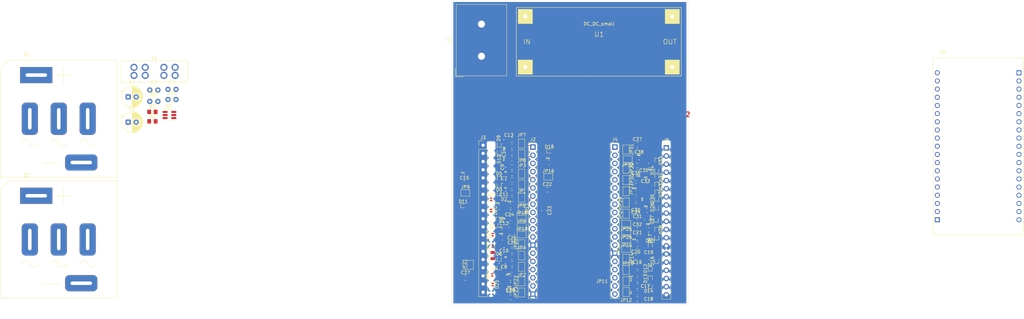
<source format=kicad_pcb>
(kicad_pcb (version 20241229) (generator "pcbnew") (generator_version "9.0")
  (layers (0 "F.Cu" signal) (2 "B.Cu" signal) (13 "F.Paste" user) (15 "B.Paste" user) (5 "F.SilkS" user "F.Silkscreen") (7 "B.SilkS" user "B.Silkscreen") (1 "F.Mask" user) (3 "B.Mask" user) (25 "Edge.Cuts" user))
  (net 0 "")
  (net 1 "Net-(JP1-A)")
  (net 2 "GND")
  (net 3 "Net-(JP2-A)")
  (net 4 "Net-(JP3-A)")
  (net 5 "Net-(JP4-A)")
  (net 6 "Net-(JP5-A)")
  (net 7 "Net-(JP6-A)")
  (net 8 "Net-(JP7-A)")
  (net 9 "Net-(JP8-A)")
  (net 10 "Net-(JP9-A)")
  (net 11 "Net-(JP10-A)")
  (net 12 "Net-(JP11-A)")
  (net 13 "Net-(JP12-A)")
  (net 14 "Net-(JP13-A)")
  (net 15 "Net-(JP14-A)")
  (net 16 "Net-(JP15-A)")
  (net 17 "Net-(JP16-A)")
  (net 18 "Net-(JP17-A)")
  (net 19 "Net-(JP18-A)")
  (net 20 "Net-(JP19-A)")
  (net 21 "Net-(JP20-A)")
  (net 22 "Net-(JP25-A)")
  (net 23 "Net-(JP26-A)")
  (net 24 "Net-(JP21-A)")
  (net 25 "Net-(JP22-A)")
  (net 26 "Net-(JP23-A)")
  (net 27 "Net-(JP24-A)")
  (net 28 "Net-(JP27-A)")
  (net 29 "Net-(JP28-A)")
  (net 30 "Net-(JP29-A)")
  (net 31 "Net-(JP30-A)")
  (net 32 "Net-(JP31-A)")
  (net 33 "Net-(JP32-A)")
  (net 34 "/I{slash}O_0")
  (net 35 "/TXD")
  (net 36 "/I{slash}O_2")
  (net 37 "/RXD")
  (net 38 "/I{slash}O_4")
  (net 39 "/I{slash}O_5")
  (net 40 "/CLK")
  (net 41 "/SD0")
  (net 42 "/SD1")
  (net 43 "/SD2")
  (net 44 "/SD3")
  (net 45 "/CMD")
  (net 46 "/I{slash}O_12")
  (net 47 "/I{slash}O_13")
  (net 48 "/I{slash}O_14")
  (net 49 "/I{slash}O_15")
  (net 50 "/I{slash}O_16")
  (net 51 "/I{slash}O_17")
  (net 52 "/I{slash}O_18")
  (net 53 "/I{slash}O_19")
  (net 54 "/I{slash}O_21")
  (net 55 "/I{slash}O_22")
  (net 56 "/I{slash}O_23")
  (net 57 "/I{slash}O_25")
  (net 58 "/I{slash}O_26")
  (net 59 "/I{slash}O_27")
  (net 60 "/I{slash}O_32")
  (net 61 "/I{slash}O_33")
  (net 62 "/IO_15")
  (net 63 "/IO_21")
  (net 64 "/IO_5")
  (net 65 "/IO_7")
  (net 66 "/IO_22")
  (net 67 "/IO_16")
  (net 68 "/IO_0")
  (net 69 "/IO_18")
  (net 70 "/IO_2")
  (net 71 "/IO_8")
  (net 72 "/IO_23")
  (net 73 "/IO_17")
  (net 74 "/IO_19")
  (net 75 "/IO_4")
  (net 76 "/IO_3")
  (net 77 "/IO_6")
  (net 78 "/IO_1")
  (net 79 "/EN")
  (net 80 "/IO_10")
  (net 81 "/IO_26")
  (net 82 "/IO_9")
  (net 83 "/IO_14")
  (net 84 "/IO_27")
  (net 85 "/IO_25")
  (net 86 "/IO_12")
  (net 87 "/IO_36")
  (net 88 "/IO_13")
  (net 89 "/IO_35")
  (net 90 "/IO_39")
  (net 91 "/IO_32")
  (net 92 "/I{slash}O_34")
  (net 93 "/IO_33")
  (net 94 "VIN 5V")
  (net 95 "/IO_11")
  (net 96 "/IO_34")
  (net 97 "/IO16")
  (net 98 "/ESP32_GPIO_2")
  (net 99 "/ESP32_GPIO_22")
  (net 100 "/ESP32_GPIO_11")
  (net 101 "/ESP32_GPIO_35")
  (net 102 "/ESP32_GPIO_6")
  (net 103 "BUCK_IN")
  (net 104 "BUCK_OUT")
  (net 105 "/ESP32_GPIO_16")
  (net 106 "/ESP32_GPIO_5")
  (net 107 "/ESP32_GPIO_0")
  (net 108 "/ESP32_GPIO­_1")
  (net 109 "/ESP32_GPIO_25")
  (net 110 "/ESP32_GPIO_27")
  (net 111 "/ESP32_GPIO_8")
  (net 112 "/ESP32_GPIO_33")
  (net 113 "/ESP32_GPIO_7")
  (net 114 "/ESP32_GPIO_34")
  (net 115 "Net-(Q1-S)")
  (net 116 "Net-(J1-Pin_1)")
  (net 117 "/ESP32_GPIO_19")
  (net 118 "Net-(Q1-G)")
  (net 119 "/ESP32_GPIO_4")
  (net 120 "/ESP32_GPIO_10")
  (net 121 "/ESP32_GPIO_26")
  (net 122 "/ESP32_GPIO_32")
  (net 123 "/ESP32_GPIO_21")
  (net 126 "/ESP32_GPIO­_14")
  (net 127 "/ESP32_GPIO_23")
  (net 128 "/ESP32_GPIO_17")
  (net 129 "/ESP32_GPIO­_3")
  (net 131 "/ESP32_GPIO_13")
  (net 132 "/ESP32_GPIO_12")
  (net 133 "/ESP32_GPIO_18")
  (net 134 "/ESP32_GPIO_15")
  (net 135 "/ESP32_GPIO_9")
  (net 136 "/I{slash}O_35")
  (net 137 "/SP")
  (net 138 "/SN")
  (net 139 "+3V3")
  (footprint "Capacitor_SMD:C_0805_2012Metric" (layer "F.Cu") (at 126 79)
    (property "Reference" "C34")
    (property "Value" "100nf")
  )
  (footprint "Diode_SMD:D_SOD-882" (layer "F.Cu") (at 99.105 62)
    (property "Reference" "D18")
    (property "Value" "D_Zener")
  )
  (footprint "Diode_SMD:D_SOD-882" (layer "F.Cu") (at 130.5 91.35 -90)
    (property "Reference" "D15")
    (property "Value" "D_Zener")
  )
  (footprint "Diode_SMD:D_SOD-882" (layer "F.Cu") (at 81.5 103.5 -90)
    (property "Reference" "D25")
    (property "Value" "D_Zener")
  )
  (footprint "Diode_SMD:D_SOD-882" (layer "F.Cu") (at 81.5 88 90)
    (property "Reference" "D22")
    (property "Value" "D_Zener")
  )
  (footprint "Capacitor_SMD:C_0805_2012Metric" (layer "F.Cu") (at 126 95)
    (property "Reference" "C20")
    (property "Value" "100nf")
  )
  (footprint "RC0805FR-07330RL:RESC2012X60N" (layer "F.Cu") (at 87.5 99)
    (property "Reference" "R4")
    (property "Value" "150")
  )
  (footprint "Capacitor_SMD:C_0805_2012Metric" (layer "F.Cu") (at 126.5 104)
    (property "Reference" "C17")
    (property "Value" "100nf")
  )
  (footprint "Diode_SMD:D_SOD-882" (layer "F.Cu") (at 132.5 76.85 90)
    (property "Reference" "D30")
    (property "Value" "D_Zener")
  )
  (footprint "Jumper:SolderJumper-2_P1.3mm_Open_Pad1.0x1.5mm" (layer "F.Cu") (at 123 89.5 180)
    (property "Reference" "JP15")
    (property "Value" "SolderJumper_2_Open")
  )
  (footprint "Jumper:SolderJumper-2_P1.3mm_Open_Pad1.0x1.5mm" (layer "F.Cu") (at 123 67.5 -90)
    (property "Reference" "JP29")
    (property "Value" "SolderJumper_2_Open")
  )
  (footprint "Jumper:SolderJumper-2_P1.3mm_Open_Pad1.0x1.5mm" (layer "F.Cu") (at 90.5 88)
    (property "Reference" "JP19")
    (property "Value" "SolderJumper_2_Open")
  )
  (footprint "RC0805FR-07330RL:RESC2012X60N" (layer "F.Cu") (at 87.5 60.5)
    (property "Reference" "R9")
    (property "Value" "150")
  )
  (footprint "Capacitor_THT:C_Disc_D3.0mm_W2.0mm_P2.50mm" (layer "F.Cu") (at -25.17 43)
    (property "Reference" "C3")
    (property "Value" "10uF")
  )
  (footprint "Diode_SMD:D_SOD-882" (layer "F.Cu") (at 130.5 98.5 90)
    (property "Reference" "D12")
    (property "Value" "D_Zener")
  )
  (footprint "RC0805FR-07330RL:RESC2012X60N" (layer "F.Cu") (at 87.5 77)
    (property "Reference" "R7")
    (property "Value" "150")
  )
  (footprint "RC0805FR-07330RL:RESC2012X60N" (layer "F.Cu") (at 126.5 102 180)
    (property "Reference" "R13")
    (property "Value" "150")
  )
  (footprint "RC0805FR-07330RL:RESC2012X60N" (layer "F.Cu") (at 87 101.5)
    (property "Reference" "R24")
    (property "Value" "150")
  )
  (footprint "Diode_SMD:D_SOD-882" (layer "F.Cu") (at 82.5 85 90)
    (property "Reference" "D21")
    (property "Value" "D_Zener")
  )
  (footprint "Capacitor_SMD:C_0805_2012Metric" (layer "F.Cu") (at 87.5 91 180)
    (property "Reference" "C26")
    (property "Value" "100nf")
  )
  (footprint "Capacitor_SMD:C_0805_2012Metric" (layer "F.Cu") (at 126.5 84)
    (property "Reference" "C31")
    (property "Value" "100nf")
  )
  (footprint "RC0805FR-07330RL:RESC2012X60N" (layer "F.Cu") (at 126.5 62 180)
    (property "Reference" "R33")
    (property "Value" "150")
  )
  (footprint "RC0805FR-07330RL:RESC2012X60N" (layer "F.Cu") (at 129.5 83.5 -90)
    (property "Reference" "R27")
    (property "Value" "150")
  )
  (footprint "RC0805FR-07330RL:RESC2012X60N" (layer "F.Cu") (at 87 79)
    (property "Reference" "R19")
    (property "Value" "150")
  )
  (footprint "RC0805FR-07330RL:RESC2012X60N" (layer "F.Cu") (at 126.5 91 180)
    (property "Reference" "R15")
    (property "Value" "150")
  )
  (footprint "Connector_PinHeader_2.54mm:PinHeader_1x19_P2.54mm_Vertical" (layer "F.Cu") (at 135.5 61)
    (property "Reference" "J5")
    (property "Value" "Conn_01x19_Socket")
  )
  (footprint "Jumper:SolderJumper-2_P1.3mm_Open_Pad1.0x1.5mm" (layer "F.Cu") (at 90.5 94.5 -90)
    (property "Reference" "JP4")
    (property "Value" "SolderJumper_2_Open")
  )
  (footprint "Capacitor_SMD:C_0805_2012Metric" (layer "F.Cu") (at 87.5 71 180)
    (property "Reference" "C7")
    (property "Value" "100nf")
  )
  (footprint "Capacitor_THT:CP_Radial_D6.3mm_P2.50mm" (layer "F.Cu") (at -31.914759 45.15)
    (property "Reference" "C1")
    (property "Value" "470uF")
  )
  (footprint "ESP32_NODEMCU:MODULE_ESP32_NODEMCU" (layer "F.Cu") (at 232.5 60.5)
    (property "Reference" "U2")
    (property "Value" "ESP32_NODEMCU")
  )
  (footprint "Diode_SMD:D_SOD-882" (layer "F.Cu") (at 132.5 88.85 90)
    (property "Reference" "D17")
    (property "Value" "D_Zener")
  )
  (footprint "Diode_SMD:D_SOD-882" (layer "F.Cu") (at 83 83.35 -90)
    (property "Reference" "D8")
    (property "Value" "D_Zener")
  )
  (footprint "RC0805FR-07330RL:RESC2012X60N" (layer "F.Cu") (at 126 74.85)
    (property "Reference" "R29")
    (property "Value" "150")
  )
  (footprint "Capacitor_SMD:C_0805_2012Metric" (layer "F.Cu") (at 87.5 97 180)
    (property "Reference" "C8")
    (property "Value" "100nf")
  )
  (footprint "Capacitor_SMD:C_0805_2012Metric" (layer "F.Cu") (at 87.5 58.5 180)
    (property "Reference" "C13")
    (property "Value" "100nf")
  )
  (footprint "Connector_PinHeader_2.54mm:PinHeader_1x19_P2.54mm_Vertical" (layer "F.Cu") (at 78.5 60.18)
    (property "Reference" "J3")
    (property "Value" "Conn_01x19_Socket")
  )
  (footprint "RC0805FR-07330RL:RESC2012X60N" (layer "F.Cu") (at 81.5 94.5 90)
    (property "Reference" "R23")
    (property "Value" "150")
  )
  (footprint "RC0805FR-07330RL:RESC2012X60N" (layer "F.Cu") (at 99 65.5)
    (property "Reference" "R18")
    (property "Value" "150")
  )
  (footprint "Diode_THT:Diode_Bridge_Comchip_SCVB-L" (layer "F.Cu") (at -60.5 38.35)
    (property "Reference" "D1")
    (property "Value" "D_Zener")
  )
  (footprint "Capacitor_SMD:C_0805_2012Metric" (layer "F.Cu") (at 87.45 62.5 180)
    (property "Reference" "C14")
    (property "Value" "100nf")
  )
  (footprint "Capacitor_SMD:C_0805_2012Metric" (layer "F.Cu") (at 87.5 87.95 90)
    (property "Reference" "C25")
    (property "Value" "100nf")
  )
  (footprint "Capacitor_SMD:C_0805_2012Metric" (layer "F.Cu") (at 126.5 98)
    (property "Reference" "C16")
    (property "Value" "100nf")
  )
  (footprint "RC0805FR-07330RL:RESC2012X60N" (layer "F.Cu") (at 87.5 95)
    (property "Reference" "R6")
    (property "Value" "150")
  )
  (footprint "Diode_SMD:D_SOD-882" (layer "F.Cu") (at 132.5 68 90)
    (property "Reference" "D34")
    (property "Value" "D_Zener")
  )
  (footprint "Package_TO_SOT_SMD:SOT-23-6_Handsoldering" (layer "F.Cu") (at -19.07 50.775)
    (property "Reference" "Q1")
    (property "Value" "PMOS")
  )
  (footprint "Connector_PinHeader_2.54mm:PinHeader_1x19_P2.54mm_Vertical" (layer "F.Cu") (at 94 60.76)
    (property "Reference" "J2")
    (property "Value" "Conn_01x19_Socket")
  )
  (footprint "Capacitor_SMD:C_0805_2012Metric" (layer "F.Cu") (at 126 70.5)
    (property "Reference" "C36")
    (property "Value" "100nf")
  )
  (footprint "Jumper:SolderJumper-2_P1.3mm_Open_Pad1.0x1.5mm" (layer "F.Cu") (at 98.805 70)
    (property "Reference" "JP16")
    (property "Value" "SolderJumper_2_Open")
  )
  (footprint "Jumper:SolderJumper-2_P1.3mm_Open_Pad1.0x1.5mm" (layer "F.Cu") (at 123 92.5 180)
    (property "Reference" "JP13")
    (property "Value" "SolderJumper_2_Open")
  )
  (footprint "Diode_SMD:D_SOD-882" (layer "F.Cu") (at 132.5 65 -90)
    (property "Reference" "D33")
    (property "Value" "D_Zener")
  )
  (footprint "Capacitor_SMD:C_0805_2012Metric" (layer "F.Cu") (at 126.5 60)
    (property "Reference" "C37")
    (property "Value" "100nf")
  )
  (footprint "Diode_SMD:D_SOD-882" (layer "F.Cu") (at 81.35 100.5 90)
    (property "Reference" "D24")
    (property "Value" "D_Zener")
  )
  (footprint "Capacitor_SMD:C_0805_2012Metric" (layer "F.Cu") (at 87 103.5 180)
    (property "Reference" "C28")
    (property "Value" "100nf")
  )
  (footprint "Resistor_SMD:R_0805_2012Metric_Pad1.20x1.40mm_HandSolder" (layer "F.Cu") (at -24.37 52.75)
    (property "Reference" "R2")
    (property "Value" "100K")
  )
  (footprint "RC0805FR-07330RL:RESC2012X60N" (layer "F.Cu") (at 87 105.5)
    (property "Reference" "R25")
    (property "Value" "150")
  )
  (footprint "RC0805FR-07330RL:RESC2012X60N" (layer "F.Cu") (at 83.5 79.5)
    (property "Reference" "R20")
    (property "Value" "150")
  )
  (footprint "RC0805FR-07330RL:RESC2012X60N" (layer "F.Cu") (at 130 66.5 180)
    (property "Reference" "R34")
    (property "Value" "150")
  )
  (footprint "RC0805FR-07330RL:RESC2012X60N" (layer "F.Cu") (at 72.65 70)
    (property "Reference" "R11")
    (property "Value" "150")
  )
  (footprint "Capacitor_SMD:C_0805_2012Metric" (layer "F.Cu") (at 126.5 86.5)
    (property "Reference" "C32")
    (property "Value" "100nf")
  )
  (footprint "RC0805FR-07330RL:RESC2012X60N" (layer "F.Cu") (at 87.5 69)
    (property "Reference" "R5")
    (property "Value" "150")
  )
  (footprint "RC0805FR-07330RL:RESC2012X60N" (layer "F.Cu") (at 87.455 73)
    (property "Reference" "R3")
    (property "Value" "150")
  )
  (footprint "Fuse:FuseHolder_Blade_ATO_Littelfuse_FLR_178.6165" (layer "F.Cu") (at -30.1 35.95)
    (property "Reference" "F1")
    (property "Value" "2A")
  )
  (footprint "RC0805FR-07330RL:RESC2012X60N" (layer "F.Cu") (at 87 83)
    (property "Reference" "R8")
    (property "Value" "150")
  )
  (footprint "Diode_SMD:D_SOD-882" (layer "F.Cu") (at 83.5 70.65 -90)
    (property "Reference" "D5")
    (property "Value" "D_Zener")
  )
  (footprint "Diode_SMD:D_SOD-882" (layer "F.Cu") (at 83.5 95.5 90)
    (property "Reference" "D6")
    (property "Value" "D_Zener")
  )
  (footprint "Jumper:SolderJumper-2_P1.3mm_Open_Pad1.0x1.5mm" (layer "F.Cu") (at 90.5 106 90)
    (property "Reference" "JP23")
    (property "Value" "SolderJumper_2_Open")
  )
  (footprint "Diode_SMD:D_SOD-882" (layer "F.Cu") (at 132.5 75 -90)
    (property "Reference" "D29")
    (property "Value" "D_Zener")
  )
  (footprint "Jumper:SolderJumper-2_P1.3mm_Open_Pad1.0x1.5mm" (layer "F.Cu") (at 90.5 83)
    (property "Reference" "JP18")
    (property "Value" "SolderJumper_2_Open")
  )
  (footprint "Jumper:SolderJumper-2_P1.3mm_Open_Pad1.0x1.5mm" (layer "F.Cu") (at 90.5 63 -90)
    (property "Reference" "JP8")
    (property "Value" "SolderJumper_2_Open")
  )
  (footprint "TerminalBlock_Dinkle:TerminalBlock_Dinkle_DT-55-B01X-02_P10.00mm" (layer "F.Cu") (at 78 32.5 90)
    (property "Reference" "J1")
    (property "Value" "Screw_Terminal_01x02")
  )
  (footprint "Capacitor_SMD:C_0805_2012Metric" (layer "F.Cu") (at 87.5 93 180)
    (property "Reference" "C10")
    (property "Value" "100nf")
  )
  (footprint "Capacitor_SMD:C_0805_2012Metric" (layer "F.Cu") (at 127 64)
    (property "Reference" "C38")
    (property "Value" "100nf")
  )
  (footprint "Capacitor_THT:C_Disc_D3.0mm_W1.6mm_P2.50mm" (layer "F.Cu") (at -19.52 45.95)
    (property "Reference" "C6")
    (property "Value" "0.1uF")
  )
  (footprint "RC0805FR-07330RL:RESC2012X60N" (layer "F.Cu") (at 87.5 64.5)
    (property "Reference" "R10")
    (property "Value" "150")
  )
  (footprint "Jumper:SolderJumper-2_P1.3mm_Open_Pad1.0x1.5mm" (layer "F.Cu") (at 74.5 97.35 90)
    (property "Reference" "JP21")
    (property "Value" "SolderJumper_2_Open")
  )
  (footprint "Jumper:SolderJumper-2_P1.3mm_Open_Pad1.0x1.5mm" (layer "F.Cu") (at 123 87 180)
    (property "Reference" "JP26")
    (property "Value" "SolderJumper_2_Open")
  )
  (footprint "Diode_SMD:D_SOD-882" (layer "F.Cu") (at 132.5 86.5 -90)
    (property "Reference" "D28")
    (property "Value" "D_Zener")
  )
  (footprint "Diode_SMD:D_SOD-882" (layer "F.Cu") (at 83.5 60 90)
    (property "Reference" "D9")
    (property "Value" "D_Zener")
  )
  (footprint "Diode_SMD:D_SOD-882" (layer "F.Cu") (at 81 80.5 -90)
    (property "Reference" "D20")
    (property "Value" "D_Zener")
  )
  (footprint "Connector_PinHeader_2.54mm:PinHeader_1x19_P2.54mm_Vertical" (layer "F.Cu") (at 119.5 60.76)
    (property "Reference" "J4")
    (property "Value" "Conn_01x19_Socket")
  )
  (footprint "Diode_SMD:D_SOD-882" (layer "F.Cu") (at 132.5 79.5 90)
    (property "Reference" "D26")
    (property "Value" "D_Zener")
  )
  (footprint "Diode_SMD:D_SOD-882" (layer "F.Cu") (at 130.5 101.65 -90)
    (property "Reference" "D13")
    (property "Value" "D_Zener")
  )
  (footprint "RC0805FR-07330RL:RESC2012X60N" (layer "F.Cu") (at 129.5 71.5)
    (property "Reference" "R32")
    (property "Value" "150")
  )
  (footprint "DC_DC_LM2596_small:DC_DC_LM2596_small" (layer "F.Cu") (at 114.5 28)
    (property "Reference" "U1")
    (property "Value" "DC_DC_small")
  )
  (footprint "Capacitor_SMD:C_0805_2012Metric" (layer "F.Cu") (at 72.7 72)
    (property "Reference" "C15")
    (property "Value" "100nf")
  )
  (footprint "Capacitor_SMD:C_0805_2012Metric" (layer "F.Cu") (at 98.455 74)
    (property "Reference" "C22")
    (property "Value" "100nf")
  )
  (footprint "Jumper:SolderJumper-2_P1.3mm_Open_Pad1.0x1.5mm" (layer "F.Cu") (at 90.5 91 90)
    (property "Reference" "JP20")
    (property "Value" "SolderJumper_2_Open")
  )
  (footprint "RC0805FR-07330RL:RESC2012X60N" (layer "F.Cu") (at 84.5 89)
    (property "Reference" "R22")
    (property "Value" "150")
  )
  (footprint "RC0805FR-07330RL:RESC2012X60N" (layer "F.Cu") (at 129.5 80.5)
    (property "Reference" "R26")
    (property "Value" "150")
  )
  (footprint "Jumper:SolderJumper-2_P1.3mm_Open_Pad1.0x1.5mm" (layer "F.Cu") (at 90.5 102.5 90)
    (property "Reference" "JP22")
    (property "Value" "SolderJumper_2_Open")
  )
  (footprint "Diode_SMD:D_SOD-882" (layer "F.Cu") (at 83.5 98.15 90)
    (property "Reference" "D4")
    (property "Value" "D_Zener")
  )
  (footprint "Jumper:SolderJumper-2_P1.3mm_Open_Pad1.0x1.5mm" (layer "F.Cu") (at 90.5 59.65 -90)
    (property "Reference" "JP7")
    (property "Value" "SolderJumper_2_Open")
  )
  (footprint "Capacitor_SMD:C_0805_2012Metric" (layer "F.Cu") (at 126 82)
    (property "Reference" "C30")
    (property "Value" "100nf")
  )
  (footprint "Jumper:SolderJumper-2_P1.3mm_Open_Pad1.0x1.5mm" (layer "F.Cu") (at 123.5 64.5 180)
    (property "Reference" "JP32")
    (property "Value" "SolderJumper_2_Open")
  )
  (footprint "Diode_THT:Diode_Bridge_Comchip_SCVB-L" (layer "F.Cu") (at -60.5 75.9)
    (property "Reference" "D2")
    (property "Value" "Shottky")
  )
  (footprint "Capacitor_SMD:C_0805_2012Metric" (layer "F.Cu") (at 87.5 75 180)
    (property "Reference" "C11")
    (property "Value" "100nf")
  )
  (footprint "Jumper:SolderJumper-2_P1.3mm_Open_Pad1.0x1.5mm" (layer "F.Cu") (at 123 78 90)
    (property "Reference" "JP28")
    (property "Value" "SolderJumper_2_Open")
  )
  (footprint "Capacitor_THT:CP_Radial_D6.3mm_P2.50mm" (layer "F.Cu") (at -31.914759 53)
    (property "Reference" "C2")
    (property "Value" "220uF")
  )
  (footprint "Diode_SMD:D_SOD-882" (layer "F.Cu") (at 83.5 72.5 90)
    (property "Reference" "D3")
    (property "Value" "D_Zener")
  )
  (footprint "Capacitor_SMD:C_0805_2012Metric" (layer "F.Cu") (at 87 107.5 180)
    (property "Reference" "C29")
    (property "Value" "100nf")
  )
  (footprint "Capacitor_SMD:C_0805_2012Metric" (layer "F.Cu") (at 126.5 93)
    (property "Reference" "C19")
    (property "Value" "100nf")
  )
  (footprint "Jumper:SolderJumper-2_P1.3mm_Open_Pad1.0x1.5mm" (layer "F.Cu") (at 73 75)
    (property "Reference" "JP9")
    (property "Value" "SolderJumper_2_Open")
  )
  (footprint "Diode_SMD:D_SOD-882" (layer "F.Cu") (at 132.5 72.5 -90)
    (property "Reference" "D32")
    (property "Value" "D_Zener")
  )
  (footprint "Capacitor_SMD:C_0805_2012Metric" (layer "F.Cu") (at 126 72.85)
    (property "Reference" "C33")
    (property "Value" "100nf")
  )
  (footprint "Diode_SMD:D_SOD-882" (layer "F.Cu") (at 132.5 70 -90)
    (property "Reference" "D31")
    (property "Value" "D_Zener")
  )
  (footprint "Jumper:SolderJumper-2_P1.3mm_Open_Pad1.0x1.5mm" (layer "F.Cu") (at 90.5 69 -90)
    (property "Reference" "JP3")
    (property "Value" "SolderJumper_2_Open")
  )
  (footprint "RC0805FR-07330RL:RESC2012X60N" (layer "F.Cu") (at 84.5 87)
    (property "Reference" "R21")
    (property "Value" "150")
  )
  (footprint "Jumper:SolderJumper-2_P1.3mm_Open_Pad1.0x1.5mm" (layer "F.Cu") (at 90.5 72.35 -90)
    (property "Reference" "JP1")
    (property "Value" "SolderJumper_2_Open")
  )
  (footprint "Jumper:SolderJumper-2_P1.3mm_Open_Pad1.0x1.5mm" (layer "F.Cu") (at 90.5 76.5 -90)
    (property "Reference" "JP5")
    (property "Value" "SolderJumper_2_Open")
  )
  (footprint "Jumper:SolderJumper-2_P1.3mm_Open_Pad1.0x1.5mm" (layer "F.Cu") (at 123 74.5 -90)
    (property "Reference" "JP27")
    (property "Value" "SolderJumper_2_Open")
  )
  (footprint "Resistor_SMD:R_0805_2012Metric_Pad1.20x1.40mm_HandSolder" (layer "F.Cu") (at -24.37 49.8)
    (property "Reference" "R1")
    (property "Value" "100K")
  )
  (footprint "Capacitor_SMD:C_0805_2012Metric" (layer "F.Cu") (at 97.5 80.5 -90)
    (property "Reference" "C23")
    (property "Value" "100nf")
  )
  (footprint "Capacitor_SMD:C_0805_2012Metric" (layer "F.Cu") (at 126.5 108)
    (property "Reference" "C18")
    (property "Value" "100nf")
  )
  (footprint "RC0805FR-07330RL:RESC2012X60N" (layer "F.Cu") (at 130 96.5 180)
    (property "Reference" "R16")
    (property "Value" "150")
  )
  (footprint "Diode_SMD:D_SOD-882" (layer "F.Cu") (at 132.5 96.15 90)
    (property "Reference" "D16")
    (property "Value" "D_Zener")
  )
  (footprint "Diode_SMD:D_SOD-882" (layer "F.Cu") (at 81 77 90)
    (property "Reference" "D19")
    (property "Value" "D_Zener")
  )
  (footprint "Diode_SMD:D_SOD-882" (layer "F.Cu") (at 83.5 75.15 90)
    (property "Reference" "D7")
    (property "Value" "D_Zener")
  )
  (footprint "Capacitor_SMD:C_0805_2012Metric" (layer "F.Cu") (at 126.46 66.5)
    (property "Reference" "C35")
    (property "Value" "100nf")
  )
  (footprint "Diode_SMD:D_SOD-882" (layer "F.Cu") (at 132.35 83.35 90)
    (property "Reference" "D27")
    (property "Value" "D_Zener")
  )
  (footprint "Capacitor_SMD:C_0805_2012Metric" (layer "F.Cu") (at 126.5 89)
    (property "Reference" "C21")
    (property "Value" "100nf")
  )
  (footprint "Jumper:SolderJumper-2_P1.3mm_Open_Pad1.0x1.5mm" (layer "F.Cu") (at 123 99 -90)
    (property "Reference" "JP10")
    (property "Value" "SolderJumper_2_Open")
  )
  (footprint "Jumper:SolderJumper-2_P1.3mm_Open_Pad1.0x1.5mm" (layer "F.Cu") (at 90.5 85.5)
    (property "Reference" "JP6")
    (property "Value" "SolderJumper_2_Open")
  )
  (footprint "RC0805FR-07330RL:RESC2012X60N" (layer "F.Cu") (at 126.5 68.5 180)
    (property "Reference" "R31")
    (property "Value" "150")
  )
  (footprint "Jumper:SolderJumper-2_P1.3mm_Open_Pad1.0x1.5mm" (layer "F.Cu") (at 123 81.5 90)
    (property "Reference" "JP24")
    (property "Value" "SolderJumper_2_Open")
  )
  (footprint "Jumper:SolderJumper-2_P1.3mm_Open_Pad1.0x1.5mm" (layer "F.Cu") (at 123 84.5 180)
    (property "Reference" "JP25")
    (property "Value" "SolderJumper_2_Open")
  )
  (footprint "RC0805FR-07330RL:RESC2012X60N" (layer "F.Cu") (at 130 88.5 180)
    (property "Reference" "R17")
    (property "Value" "150")
  )
  (footprint "Jumper:SolderJumper-2_P1.3mm_Open_Pad1.0x1.5mm" (layer "F.Cu") (at 90.5 80 -90)
    (property "Reference" "JP17")
    (property "Value" "SolderJumper_2_Open")
  )
  (footprint "Jumper:SolderJumper-2_P1.3mm_Open_Pad1.0x1.5mm" (layer "F.Cu") (at 90.5 98 -90)
    (property "Reference" "JP2")
    (property "Value" "SolderJumper_2_Open")
  )
  (footprint "Diode_SMD:D_SOD-882" (layer "F.Cu") (at 83.5 62.35 90)
    (property "Reference" "D10")
    (property "Value" "D_Zener")
  )
  (footprint "RC0805FR-07330RL:RESC2012X60N" (layer "F.Cu") (at 126 77 180)
    (property "Reference" "R30")
    (property "Value" "150")
  )
  (footprint "Jumper:SolderJumper-2_P1.3mm_Open_Pad1.0x1.5mm" (layer "F.Cu") (at 123 102.5 90)
    (property "Reference" "JP11")
    (property "Value" "SolderJumper_2_Open")
  )
  (footprint "RC0805FR-07330RL:RESC2012X60N" (layer "F.Cu") (at 130 86.5)
    (property "Reference" "R28")
    (property "Value" "150")
  )
  (footprint "Jumper:SolderJumper-2_P1.3mm_Open_Pad1.0x1.5mm" (layer "F.Cu") (at 123 95.5 -90)
    (property "Reference" "JP14")
    (property "Value" "SolderJumper_2_Open")
  )
  (footprint "Diode_SMD:D_SOD-882" (layer "F.Cu") (at 130.5 104 90)
    (property "Reference" "D14")
    (property "Value" "D_Zener")
  )
  (footprint "Diode_SMD:D_SOD-882" (layer "F.Cu") (at 72.3 79)
    (property "Reference" "D11")
    (property "Value" "D_Zener")
  )
  (footprint "Capacitor_THT:C_Disc_D3.0mm_W2.0mm_P2.50mm" (layer "F.Cu") (at -25.17 46.55)
    (property "Reference" "C4")
    (property "Value" "10uF")
  )
  (footprint "RC0805FR-07330RL:RESC2012X60N" (layer "F.Cu") (at 126.5 100 180)
    (property "Reference" "R12")
    (property "Value" "150")
  )
  (footprint "Capacitor_SMD:C_0805_2012Metric" (layer "F.Cu") (at 87.5 67 180)
    (property "Reference" "C9")
    (property "Value" "100nf")
  )
  (footprint "Jumper:SolderJumper-2_P1.3mm_Open_Pad1.0x1.5mm" (layer "F.Cu") (at 123 71 -90)
    (property "Reference" "JP30")
    (property "Value" "SolderJumper_2_Open")
  )
  (footprint "Capacitor_THT:C_Disc_D3.0mm_W1.6mm_P2.50mm" (layer "F.Cu") (at -19.52 42.8)
    (property "Reference" "C5")
    (property "Value" "0.1uF")
  )
  (footprint "Diode_SMD:D_SOD-882" (layer "F.Cu") (at 81.5 91.5 90)
    (property "Reference" "D23")
    (property "Value" "D_Zener")
  )
  (footprint "Jumper:SolderJumper-2_P1.3mm_Open_Pad1.0x1.5mm" (layer "F.Cu") (at 123 105.85 90)
    (property "Reference" "JP12")
    (property "Value" "SolderJumper_2_Open")
  )
  (footprint "Capacitor_SMD:C_0805_2012Metric" (layer "F.Cu") (at 87 81 180)
    (property "Reference" "C24")
    (property "Value" "100nf")
  )
  (footprint "Jumper:SolderJumper-2_P1.3mm_Open_Pad1.0x1.5mm" (layer "F.Cu") (at 122.955 61.5 -90)
    (property "Reference" "JP31")
    (property "Value" "SolderJumper_2_Open")
  )
  (footprint "RC0805FR-07330RL:RESC2012X60N" (layer "F.Cu") (at 126.5 106 180)
    (property "Reference" "R14")
    (property "Value" "150")
  )
  (footprint "Capacitor_SMD:C_0805_2012Metric" (layer "F.Cu") (at 86.5 85 180)
    (property "Reference" "C12")
    (property "Value" "100nf")
  )
  (footprint "Capacitor_SMD:C_0805_2012Metric" (layer "F.Cu") (at 73.05 101.5)
    (property "Reference" "C27")
    (property "Value" "100nf")
  )
  (gr_rect (start 68.75 15.125) (end 142.25 109.875) (stroke (width 0.05)) (fill no) (layer "Edge.Cuts"))
  (gr_text "ESP32_HEADERS\n" (at 98.5 57.12 0) (layer "F.Cu") (effects (font (size 1.5 1.5) (thickness 0.3) (bold yes)) (justify left bottom)))
  (gr_text "EXTERNAL CONNECTOR2\n" (at 116 51.5 0) (layer "F.Cu") (effects (font (size 1.5 1.5) (thickness 0.3) (bold yes)) (justify left bottom)))
  (gr_text "EXTERNAL CONNECTOR1\n" (at 71.5 51.5 0) (layer "F.Cu") (effects (font (size 1.5 1.5) (thickness 0.3) (bold yes)) (justify left bottom)))
  (segment (start 103 66) (end 102.5 66) (width 0.2) (layer "B.Cu") (net 0))
  (segment (start 102.5 66) (end 102 66) (width 0.2) (layer "B.Cu") (net 0))
  (segment (start 89.15 71.7) (end 90.5 71.7) (width 0.2) (layer "F.Cu") (net 1))
  (segment (start 88.45 71) (end 89.15 71.7) (width 0.2) (layer "F.Cu") (net 1))
  (segment (start 88.01 70.35) (end 87.95 70.41) (width 0.2) (layer "F.Cu") (net 1))
  (segment (start 86.55 75) (end 86 75) (width 0.2) (layer "F.Cu") (net 2))
  (segment (start 86 93) (end 85 92) (width 0.2) (layer "F.Cu") (net 2))
  (segment (start 86 75) (end 85.5 74.5) (width 0.2) (layer "F.Cu") (net 2))
  (segment (start 86.55 58.5) (end 85 58.5) (width 0.2) (layer "F.Cu") (net 2))
  (segment (start 86.55 93) (end 86 93) (width 0.2) (layer "F.Cu") (net 2))
  (segment (start 83.5 95.15) (end 83.5 94) (width 0.2) (layer "F.Cu") (net 2))
  (segment (start 86.55 67) (end 85.5 67) (width 0.2) (layer "F.Cu") (net 2))
  (segment (start 86.55 71) (end 85.5 71) (width 0.2) (layer "F.Cu") (net 2))
  (segment (start 127.45 98) (end 128 98) (width 0.2) (layer "F.Cu") (net 2))
  (segment (start 83.5 97) (end 83.5 97.65) (width 0.2) (layer "F.Cu") (net 2))
  (segment (start 83.5 71) (end 83.5 72.15) (width 0.2) (layer "F.Cu") (net 2))
  (segment (start 84.35 72.15) (end 84.5 72) (width 0.2) (layer "F.Cu") (net 2))
  (segment (start 86 62) (end 86.5 62.5) (width 0.2) (layer "F.Cu") (net 2))
  (segment (start 83.5 74.8) (end 83.5 74) (width 0.2) (layer "F.Cu") (net 2))
  (segment (start 86.55 97) (end 85.5 97) (width 0.2) (layer "F.Cu") (net 2))
  (via (at 85 58.5) (size 0.6) (drill 0.3) (layers "F.Cu" "B.Cu") (net 2))
  (via (at 83.5 74) (size 0.6) (drill 0.3) (layers "F.Cu" "B.Cu") (net 2))
  (via (at 85 62) (size 0.6) (drill 0.3) (layers "F.Cu" "B.Cu") (net 2))
  (via (at 83.5 94) (size 0.6) (drill 0.3) (layers "F.Cu" "B.Cu") (net 2))
  (via (at 85.5 67) (size 0.6) (drill 0.3) (layers "F.Cu" "B.Cu") (net 2))
  (via (at 85.5 74.5) (size 0.6) (drill 0.3) (layers "F.Cu" "B.Cu") (net 2))
  (via (at 130 97) (size 0.6) (drill 0.3) (layers "F.Cu" "B.Cu") (net 2))
  (via (at 85.5 71) (size 0.6) (drill 0.3) (layers "F.Cu" "B.Cu") (net 2))
  (via (at 84.5 72) (size 0.6) (drill 0.3) (layers "F.Cu" "B.Cu") (net 2))
  (via (at 83.5 97) (size 0.6) (drill 0.3) (layers "F.Cu" "B.Cu") (net 2))
  (via (at 85 92) (size 0.6) (drill 0.3) (layers "F.Cu" "B.Cu") (net 2))
  (via (at 85.5 97) (size 0.6) (drill 0.3) (layers "F.Cu" "B.Cu") (net 2))
  (segment (start 90.15 97) (end 90.5 97.35) (width 0.2) (layer "F.Cu") (net 3))
  (segment (start 88.45 97) (end 90.15 97) (width 0.2) (layer "F.Cu") (net 3))
  (segment (start 87.97 67.85) (end 87.95 67.87) (width 0.2) (layer "F.Cu") (net 4))
  (segment (start 88.45 67) (end 89.8 68.35) (width 0.2) (layer "F.Cu") (net 4))
  (segment (start 89.8 68.35) (end 90.5 68.35) (width 0.2) (layer "F.Cu") (net 4))
  (segment (start 89.3 93.85) (end 90.5 93.85) (width 0.2) (layer "F.Cu") (net 5))
  (segment (start 88.45 93) (end 89.3 93.85) (width 0.2) (layer "F.Cu") (net 5))
  (segment (start 90.5 59) (end 88.95 59) (width 0.2) (layer "F.Cu") (net 8))
  (segment (start 88.95 59) (end 88.45 58.5) (width 0.2) (layer "F.Cu") (net 8))
  (segment (start 88.4 62.5) (end 90.35 62.5) (width 0.2) (layer "F.Cu") (net 9))
  (segment (start 90.35 62.5) (end 90.5 62.35) (width 0.2) (layer "F.Cu") (net 9))
  (segment (start 125.55 98) (end 123.35 98) (width 0.2) (layer "F.Cu") (net 11))
  (segment (start 123.35 98) (end 123 98.35) (width 0.2) (layer "F.Cu") (net 11))
  (segment (start 83.65 73) (end 83.5 72.85) (width 0.2) (layer "F.Cu") (net 34))
  (segment (start 82.5 75.5) (end 82.45 75.55) (width 0.2) (layer "F.Cu") (net 38))
  (segment (start 83.5 75.5) (end 82.5 75.5) (width 0.2) (layer "F.Cu") (net 38))
  (segment (start 83.5 62.7) (end 83.7 62.7) (width 0.2) (layer "F.Cu") (net 41))
  (segment (start 127.455 100) (end 128.35 100) (width 0.2) (layer "F.Cu") (net 43))
  (segment (start 90.5 63.65) (end 93.65 63.65) (width 0.2) (layer "F.Cu") (net 65))
  (segment (start 88.455 64.5) (end 89.65 64.5) (width 0.2) (layer "F.Cu") (net 65))
  (segment (start 89.65 64.5) (end 90.5 63.65) (width 0.2) (layer "F.Cu") (net 65))
  (segment (start 93.65 63.65) (end 94 63.3) (width 0.2) (layer "F.Cu") (net 65))
  (segment (start 93.54 73) (end 94 73.46) (width 0.2) (layer "F.Cu") (net 68))
  (segment (start 88.41 73) (end 90.5 73) (width 0.2) (layer "F.Cu") (net 68))
  (segment (start 90.5 73) (end 93.54 73) (width 0.2) (layer "F.Cu") (net 68))
  (segment (start 92.73 69.65) (end 94 70.92) (width 0.2) (layer "F.Cu") (net 70))
  (segment (start 89.105 69.65) (end 90.5 69.65) (width 0.2) (layer "F.Cu") (net 70))
  (segment (start 88.455 69) (end 89.105 69.65) (width 0.2) (layer "F.Cu") (net 70))
  (segment (start 90.5 69.65) (end 92.73 69.65) (width 0.2) (layer "F.Cu") (net 70))
  (segment (start 90.5 77.15) (end 92.85 77.15) (width 0.2) (layer "F.Cu") (net 75))
  (segment (start 90.5 77.15) (end 90.35 77.15) (width 0.2) (layer "F.Cu") (net 75))
  (segment (start 90.35 77.15) (end 90.2 77) (width 0.2) (layer "F.Cu") (net 75))
  (segment (start 92.85 77.15) (end 94 76) (width 0.2) (layer "F.Cu") (net 75))
  (segment (start 90.2 77) (end 88.455 77) (width 0.2) (layer "F.Cu") (net 75))
  (segment (start 90.5 95.15) (end 92.83 95.15) (width 0.2) (layer "F.Cu") (net 76))
  (segment (start 90.35 95) (end 90.5 95.15) (width 0.2) (layer "F.Cu") (net 76))
  (segment (start 88.455 95) (end 90.35 95) (width 0.2) (layer "F.Cu") (net 76))
  (segment (start 92.83 95.15) (end 94 96.32) (width 0.2) (layer "F.Cu") (net 76))
  (segment (start 90.3 60.5) (end 90.5 60.3) (width 0.2) (layer "F.Cu") (net 77))
  (segment (start 88.455 60.5) (end 90.3 60.5) (width 0.2) (layer "F.Cu") (net 77))
  (segment (start 90.5 60.3) (end 93.54 60.3) (width 0.2) (layer "F.Cu") (net 77))
  (segment (start 93.54 60.3) (end 94 60.76) (width 0.2) (layer "F.Cu") (net 77))
  (segment (start 90.15 99) (end 90.5 98.65) (width 0.2) (layer "F.Cu") (net 78))
  (segment (start 91.06 98.86) (end 94 98.86) (width 0.2) (layer "F.Cu") (net 78))
  (segment (start 90.85 98.65) (end 91.06 98.86) (width 0.2) (layer "F.Cu") (net 78))
  (segment (start 90.5 98.65) (end 90.85 98.65) (width 0.2) (layer "F.Cu") (net 78))
  (segment (start 88.455 99) (end 90.15 99) (width 0.2) (layer "F.Cu") (net 78))
  (segment (start 123.35 100) (end 123 99.65) (width 0.2) (layer "F.Cu") (net 82))
  (segment (start 125.545 100) (end 123.35 100) (width 0.2) (layer "F.Cu") (net 82))
  (zone (net 2) (net_name "GND") (layer "B.Cu") (connect_pads (clearance 0.5)) (min_thickness 0.25) (fill yes (thermal_gap 0.5) (thermal_bridge_width 0.5))
    (polygon (pts (xy 142.5 15) (xy 142.5 110) (xy 69 110) (xy 68.5 15)))
  )
)
</source>
